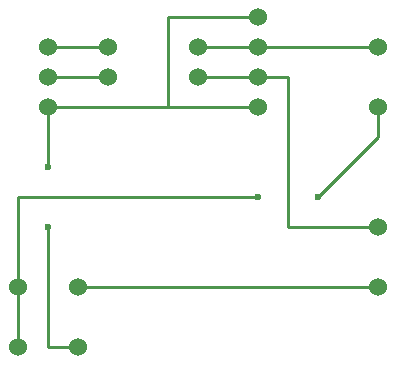
<source format=gbr>
G04 #@! TF.FileFunction,Copper,L1,Top,Signal*
%FSLAX46Y46*%
G04 Gerber Fmt 4.6, Leading zero omitted, Abs format (unit mm)*
G04 Created by KiCad (PCBNEW 4.0.7) date 10/02/18 19:48:28*
%MOMM*%
%LPD*%
G01*
G04 APERTURE LIST*
%ADD10C,0.100000*%
%ADD11C,1.524000*%
%ADD12C,0.600000*%
%ADD13C,0.250000*%
G04 APERTURE END LIST*
D10*
D11*
X166370000Y-85090000D03*
X166370000Y-87630000D03*
X166370000Y-82550000D03*
X166370000Y-80010000D03*
X176530000Y-87630000D03*
X176530000Y-82550000D03*
X176530000Y-102870000D03*
X176530000Y-97790000D03*
X148590000Y-82550000D03*
X148590000Y-85090000D03*
X148590000Y-87630000D03*
X161290000Y-82550000D03*
X153670000Y-82550000D03*
X161290000Y-85090000D03*
X153670000Y-85090000D03*
X146050000Y-107950000D03*
X151130000Y-102870000D03*
X151130000Y-107950000D03*
X146050000Y-102870000D03*
D12*
X148590000Y-97790000D03*
X148590000Y-92710000D03*
X171450000Y-95250000D03*
X166370000Y-95250000D03*
D13*
X166370000Y-85090000D02*
X168910000Y-85090000D01*
X168910000Y-97790000D02*
X176530000Y-97790000D01*
X168910000Y-85090000D02*
X168910000Y-97790000D01*
X161290000Y-85090000D02*
X166370000Y-85090000D01*
X148590000Y-87630000D02*
X148590000Y-92710000D01*
X148590000Y-107950000D02*
X151130000Y-107950000D01*
X148590000Y-97790000D02*
X148590000Y-107950000D01*
X158750000Y-87630000D02*
X158750000Y-80010000D01*
X158750000Y-80010000D02*
X166370000Y-80010000D01*
X166370000Y-87630000D02*
X158750000Y-87630000D01*
X158750000Y-87630000D02*
X148590000Y-87630000D01*
X166370000Y-82550000D02*
X176530000Y-82550000D01*
X161290000Y-82550000D02*
X166370000Y-82550000D01*
X146050000Y-107950000D02*
X146050000Y-102870000D01*
X176530000Y-90170000D02*
X176530000Y-87630000D01*
X171450000Y-95250000D02*
X176530000Y-90170000D01*
X146050000Y-95250000D02*
X166370000Y-95250000D01*
X146050000Y-97790000D02*
X146050000Y-95250000D01*
X146050000Y-102870000D02*
X146050000Y-97790000D01*
X176530000Y-102870000D02*
X151130000Y-102870000D01*
X148590000Y-82550000D02*
X153670000Y-82550000D01*
X148590000Y-85090000D02*
X153670000Y-85090000D01*
M02*

</source>
